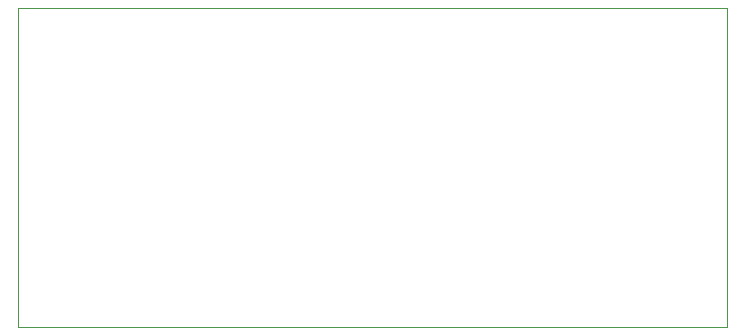
<source format=gbr>
%TF.GenerationSoftware,KiCad,Pcbnew,(5.1.9)-1*%
%TF.CreationDate,2021-06-01T09:40:17-07:00*%
%TF.ProjectId,Reverse_Mount_SMT_LED_PoC,52657665-7273-4655-9f4d-6f756e745f53,rev?*%
%TF.SameCoordinates,Original*%
%TF.FileFunction,Profile,NP*%
%FSLAX46Y46*%
G04 Gerber Fmt 4.6, Leading zero omitted, Abs format (unit mm)*
G04 Created by KiCad (PCBNEW (5.1.9)-1) date 2021-06-01 09:40:17*
%MOMM*%
%LPD*%
G01*
G04 APERTURE LIST*
%TA.AperFunction,Profile*%
%ADD10C,0.050000*%
%TD*%
G04 APERTURE END LIST*
D10*
X115000000Y-65000000D02*
X115000000Y-92000000D01*
X175000000Y-65000000D02*
X115000000Y-65000000D01*
X175000000Y-92000000D02*
X175000000Y-65000000D01*
X115000000Y-92000000D02*
X175000000Y-92000000D01*
M02*

</source>
